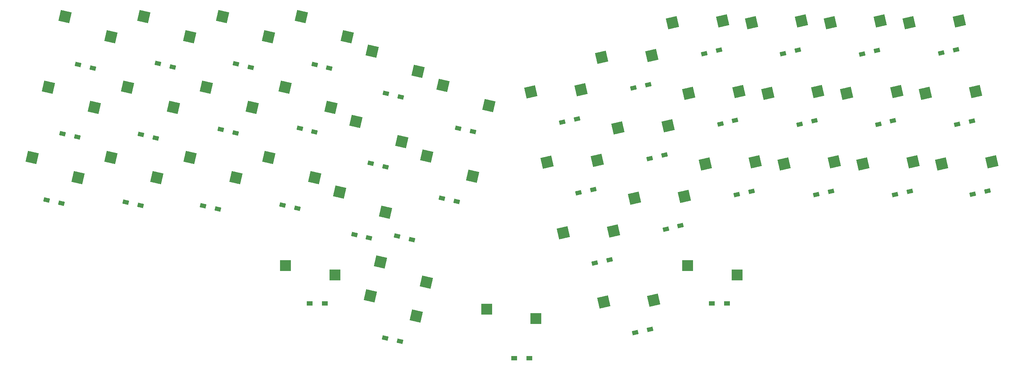
<source format=gbp>
%TF.GenerationSoftware,KiCad,Pcbnew,(7.0.0-0)*%
%TF.CreationDate,2023-05-07T20:22:33+03:00*%
%TF.ProjectId,41_1350_pcb,34315f31-3335-4305-9f70-63622e6b6963,rev?*%
%TF.SameCoordinates,Original*%
%TF.FileFunction,Paste,Bot*%
%TF.FilePolarity,Positive*%
%FSLAX46Y46*%
G04 Gerber Fmt 4.6, Leading zero omitted, Abs format (unit mm)*
G04 Created by KiCad (PCBNEW (7.0.0-0)) date 2023-05-07 20:22:33*
%MOMM*%
%LPD*%
G01*
G04 APERTURE LIST*
G04 Aperture macros list*
%AMRotRect*
0 Rectangle, with rotation*
0 The origin of the aperture is its center*
0 $1 length*
0 $2 width*
0 $3 Rotation angle, in degrees counterclockwise*
0 Add horizontal line*
21,1,$1,$2,0,0,$3*%
G04 Aperture macros list end*
%ADD10RotRect,1.400000X1.000000X167.000000*%
%ADD11RotRect,1.400000X1.000000X193.000000*%
%ADD12R,1.400000X1.000000*%
%ADD13RotRect,2.600000X2.600000X347.000000*%
%ADD14RotRect,2.600000X2.600000X13.000000*%
%ADD15RotRect,2.600000X2.600000X167.000000*%
%ADD16R,2.600000X2.600000*%
G04 APERTURE END LIST*
D10*
%TO.C,D_E5*%
X128561728Y-102219287D03*
X125102714Y-101420711D03*
%TD*%
%TO.C,D_E3*%
X101731728Y-94889287D03*
X98272714Y-94090711D03*
%TD*%
%TO.C,D_E2*%
X83141728Y-95089287D03*
X79682714Y-94290711D03*
%TD*%
%TO.C,D_E1*%
X65001728Y-94219287D03*
X61542714Y-93420711D03*
%TD*%
%TO.C,D_E0*%
X46441728Y-93739287D03*
X42982714Y-92940711D03*
%TD*%
D11*
%TO.C,D_D5*%
X256322714Y-75199287D03*
X259781728Y-74400711D03*
%TD*%
%TO.C,D_D4*%
X241311728Y-74330711D03*
X237852714Y-75129287D03*
%TD*%
%TO.C,D_D3*%
X222911728Y-74330711D03*
X219452714Y-75129287D03*
%TD*%
%TO.C,D_D2*%
X204311728Y-74260711D03*
X200852714Y-75059287D03*
%TD*%
%TO.C,D_D1*%
X187731728Y-82400711D03*
X184272714Y-83199287D03*
%TD*%
%TO.C,D_D0*%
X171091728Y-90480711D03*
X167632714Y-91279287D03*
%TD*%
D10*
%TO.C,D_C5*%
X139071728Y-93319287D03*
X135612714Y-92520711D03*
%TD*%
%TO.C,D_C4*%
X122421728Y-85139287D03*
X118962714Y-84340711D03*
%TD*%
%TO.C,D_C3*%
X105751728Y-76909287D03*
X102292714Y-76110711D03*
%TD*%
%TO.C,D_C2*%
X87291728Y-77189287D03*
X83832714Y-76390711D03*
%TD*%
%TO.C,D_C1*%
X68561728Y-78369287D03*
X65102714Y-77570711D03*
%TD*%
%TO.C,D_C0*%
X50201728Y-78129287D03*
X46742714Y-77330711D03*
%TD*%
D11*
%TO.C,D_B5*%
X256061728Y-57610711D03*
X252602714Y-58409287D03*
%TD*%
%TO.C,D_B4*%
X237521728Y-57820711D03*
X234062714Y-58619287D03*
%TD*%
%TO.C,D_B3*%
X218981728Y-57750711D03*
X215522714Y-58549287D03*
%TD*%
%TO.C,D_B2*%
X200511728Y-57750711D03*
X197052714Y-58549287D03*
%TD*%
%TO.C,D_B1*%
X183941728Y-65830711D03*
X180482714Y-66629287D03*
%TD*%
%TO.C,D_B0*%
X167231728Y-73900711D03*
X163772714Y-74699287D03*
%TD*%
D10*
%TO.C,D_A5*%
X142911728Y-76889287D03*
X139452714Y-76090711D03*
%TD*%
%TO.C,D_A4*%
X125961728Y-68709287D03*
X122502714Y-67910711D03*
%TD*%
%TO.C,D_A3*%
X109231728Y-61949287D03*
X105772714Y-61150711D03*
%TD*%
%TO.C,D_A2*%
X90811728Y-61779287D03*
X87352714Y-60980711D03*
%TD*%
%TO.C,D_A1*%
X72491728Y-61689287D03*
X69032714Y-60890711D03*
%TD*%
%TO.C,D_A0*%
X53801728Y-61919287D03*
X50342714Y-61120711D03*
%TD*%
D12*
%TO.C,D_G4*%
X202387221Y-117279999D03*
X198837221Y-117279999D03*
%TD*%
D11*
%TO.C,D_G3*%
X184361728Y-123340711D03*
X180902714Y-124139287D03*
%TD*%
D12*
%TO.C,D_G2*%
X152527221Y-130089999D03*
X156077221Y-130089999D03*
%TD*%
D10*
%TO.C,D_G1*%
X122312714Y-125360711D03*
X125771728Y-126159287D03*
%TD*%
D12*
%TO.C,D_G0*%
X104607221Y-117259999D03*
X108157221Y-117259999D03*
%TD*%
D11*
%TO.C,D_F5*%
X259972714Y-91629287D03*
X263431728Y-90830711D03*
%TD*%
%TO.C,D_F4*%
X245241728Y-90900711D03*
X241782714Y-91699287D03*
%TD*%
%TO.C,D_F3*%
X226781728Y-90900711D03*
X223322714Y-91699287D03*
%TD*%
%TO.C,D_F2*%
X208171728Y-90900711D03*
X204712714Y-91699287D03*
%TD*%
%TO.C,D_F1*%
X191521728Y-98970711D03*
X188062714Y-99769287D03*
%TD*%
%TO.C,D_F0*%
X174881728Y-106980711D03*
X171422714Y-107779287D03*
%TD*%
D10*
%TO.C,D_E4*%
X118541728Y-101869287D03*
X115082714Y-101070711D03*
%TD*%
D13*
%TO.C,SwE3*%
X95033359Y-82975291D03*
X105792441Y-87717090D03*
%TD*%
%TO.C,SwE2*%
X76559880Y-82975291D03*
X87318962Y-87717090D03*
%TD*%
%TO.C,SwE1*%
X58086408Y-82975290D03*
X68845490Y-87717089D03*
%TD*%
%TO.C,SwE0*%
X39612935Y-82975287D03*
X50372017Y-87717086D03*
%TD*%
D14*
%TO.C,SwD5*%
X260646081Y-67429857D03*
X248897214Y-67884428D03*
%TD*%
%TO.C,SwD4*%
X230423733Y-67884429D03*
X242172600Y-67429858D03*
%TD*%
%TO.C,SwD3*%
X211950265Y-67884422D03*
X223699132Y-67429851D03*
%TD*%
%TO.C,SwD1*%
X176872941Y-75982664D03*
X188621808Y-75528093D03*
%TD*%
%TO.C,SwD0*%
X160269091Y-84080909D03*
X172017958Y-83626338D03*
%TD*%
D13*
%TO.C,SwC5*%
X132065222Y-82607469D03*
X142824304Y-87349268D03*
%TD*%
D14*
%TO.C,SwB0*%
X156444925Y-67516616D03*
X168193792Y-67062045D03*
%TD*%
%TO.C,SwD2*%
X193476784Y-67884430D03*
X205225651Y-67429859D03*
%TD*%
D13*
%TO.C,SwC4*%
X115461370Y-74509234D03*
X126220452Y-79251033D03*
%TD*%
%TO.C,SwC3*%
X98857524Y-66410997D03*
X109616606Y-71152796D03*
%TD*%
%TO.C,SwC2*%
X80384048Y-66410997D03*
X91143130Y-71152796D03*
%TD*%
%TO.C,SwC1*%
X61910578Y-66410997D03*
X72669660Y-71152796D03*
%TD*%
%TO.C,SwC0*%
X43437099Y-66410993D03*
X54196181Y-71152792D03*
%TD*%
D14*
%TO.C,SwB5*%
X245073040Y-51320135D03*
X256821907Y-50865564D03*
%TD*%
D13*
%TO.C,SwG1*%
X118824202Y-115471185D03*
X129583284Y-120212984D03*
%TD*%
D14*
%TO.C,SwB4*%
X226599568Y-51320139D03*
X238348435Y-50865568D03*
%TD*%
D13*
%TO.C,SwA0*%
X47261275Y-49846701D03*
X58020357Y-54588500D03*
%TD*%
%TO.C,SwA4*%
X119285543Y-57944945D03*
X130044625Y-62686744D03*
%TD*%
%TO.C,SwA3*%
X102681689Y-49846710D03*
X113440771Y-54588509D03*
%TD*%
D14*
%TO.C,SwB1*%
X173048772Y-59418378D03*
X184797639Y-58963807D03*
%TD*%
%TO.C,SwF0*%
X164093261Y-100645192D03*
X175842128Y-100190621D03*
%TD*%
D13*
%TO.C,SwA1*%
X65734740Y-49846714D03*
X76493822Y-54588513D03*
%TD*%
D14*
%TO.C,SwB3*%
X208126101Y-51320139D03*
X219874968Y-50865568D03*
%TD*%
%TO.C,SwB2*%
X189652622Y-51320139D03*
X201401489Y-50865568D03*
%TD*%
%TO.C,SwF5*%
X252721378Y-84448724D03*
X264470245Y-83994153D03*
%TD*%
%TO.C,SwF4*%
X234247905Y-84448720D03*
X245996772Y-83994149D03*
%TD*%
%TO.C,SwF3*%
X215774431Y-84448722D03*
X227523298Y-83994151D03*
%TD*%
%TO.C,SwF2*%
X197300956Y-84448721D03*
X209049823Y-83994150D03*
%TD*%
%TO.C,SwF1*%
X180697107Y-92546953D03*
X192445974Y-92092382D03*
%TD*%
D15*
%TO.C,SwE5*%
X131946259Y-112240195D03*
X121187177Y-107498396D03*
%TD*%
D13*
%TO.C,SwE4*%
X111637202Y-91073528D03*
X122396284Y-95815327D03*
%TD*%
%TO.C,SwA2*%
X84208216Y-49846709D03*
X94967298Y-54588508D03*
%TD*%
%TO.C,SwA5*%
X135889389Y-66043181D03*
X146648471Y-70784980D03*
%TD*%
D16*
%TO.C,SwG0*%
X98978165Y-108364959D03*
X110528165Y-110564959D03*
%TD*%
D14*
%TO.C,SwG3*%
X173510114Y-116944619D03*
X185258981Y-116490048D03*
%TD*%
D16*
%TO.C,SwG4*%
X193188274Y-108364958D03*
X204738274Y-110564958D03*
%TD*%
%TO.C,SwG2*%
X146083221Y-118562686D03*
X157633221Y-120762686D03*
%TD*%
M02*

</source>
